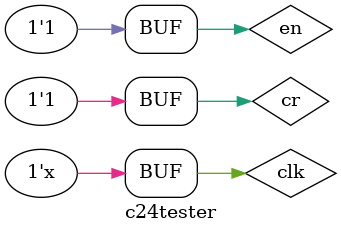
<source format=v>
`timescale 1ns / 1ps


module c24tester;

	// Inputs
	reg clk;
	reg cr;
	reg en;

	// Outputs
	wire [7:0] data;

	// Instantiate the Unit Under Test (UUT)
	counter24 uut (
		.clk(clk), 
		.cr(cr), 
		.en(en), 
		.data(data)
	);

	initial begin
		// Initialize Inputs
		clk = 0;
		cr = 1;
		en = 1;

		// Wait 100 ns for global reset to finish
		#1;
		cr=0;
		#1
		cr=1;
        
		// Add stimulus here
	end
	
      always clk=#1~clk;
endmodule


</source>
